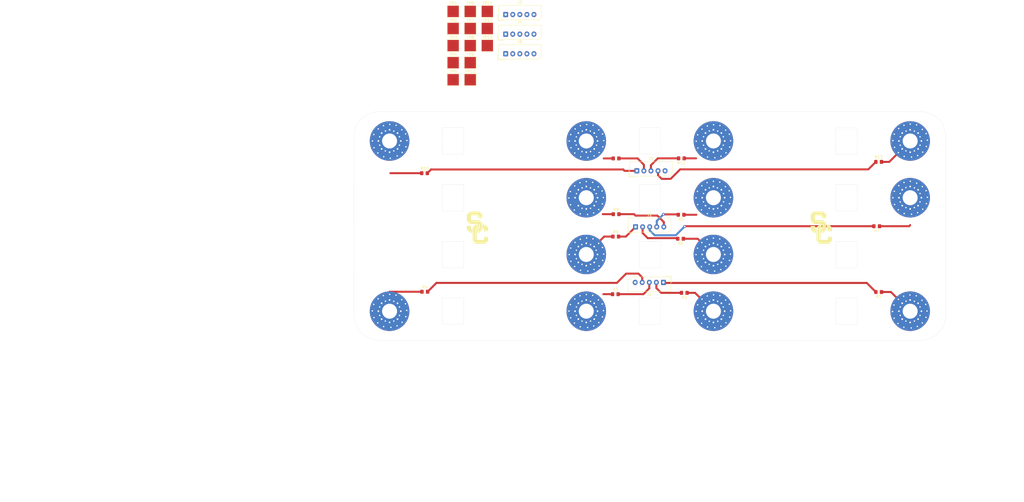
<source format=kicad_pcb>
(kicad_pcb (version 20240108) (generator "pcbnew") (generator_version "8.0")
  (layers (0 "F.Cu" signal) (31 "B.Cu" signal) (34 "B.Paste" user) (35 "F.Paste" user) (36 "B.SilkS" user "B.Silkscreen") (37 "F.SilkS" user "F.Silkscreen") (38 "B.Mask" user) (39 "F.Mask" user) (44 "Edge.Cuts" user))
  (net 0 "")
  (net 1 "Net-(H1-Pad1)")
  (net 2 "Net-(H24-Pad1)")
  (net 3 "Net-(J5-Pin_4)")
  (net 4 "Net-(J5-Pin_3)")
  (net 5 "Net-(H10-Pad1)")
  (net 6 "Net-(H22-Pad1)")
  (net 7 "Net-(H20-Pad1)")
  (net 8 "Net-(J5-Pin_2)")
  (net 9 "Net-(J5-Pin_1)")
  (net 10 "Net-(H16-Pad1)")
  (net 11 "Net-(H14-Pad1)")
  (net 12 "Net-(H12-Pad1)")
  (net 13 "Net-(J1-Pin_4)")
  (net 14 "Net-(H6-Pad1)")
  (net 15 "Net-(H4-Pad1)")
  (net 16 "Net-(J1-Pin_3)")
  (net 17 "Net-(J1-Pin_2)")
  (net 18 "Net-(J1-Pin_1)")
  (net 21 "Net-(J2-Pin_5)")
  (net 22 "Net-(J2-Pin_4)")
  (net 23 "Net-(J2-Pin_3)")
  (net 24 "Net-(J2-Pin_2)")
  (net 25 "Net-(J2-Pin_1)")
  (net 26 "Net-(J6-Pin_3)")
  (net 27 "Net-(J6-Pin_2)")
  (net 28 "Net-(J6-Pin_1)")
  (net 29 "Net-(J4-Pin_5)")
  (net 30 "Net-(J4-Pin_4)")
  (net 31 "Net-(J4-Pin_3)")
  (net 32 "Net-(J4-Pin_2)")
  (net 33 "Net-(J4-Pin_1)")
  (net 34 "Net-(J3-Pin_5)")
  (net 35 "Net-(J3-Pin_4)")
  (net 36 "Net-(J3-Pin_3)")
  (net 37 "Net-(J3-Pin_2)")
  (net 38 "Net-(J3-Pin_1)")
  (net 39 "Net-(H19-Pad1)")
  (net 40 "Net-(H3-Pad1)")
  (net 41 "Net-(H9-Pad1)")
  (net 42 "Net-(H11-Pad1)")
  (footprint "TestPoint:TestPoint_Pad_4.0x4.0mm" (layer "F.Cu") (at 75.7 -0.3)
    (property "Reference" "TP1")
    (property "Value" "TestPoint")
  )
  (footprint "MountingHole:MountingHole_5.3mm_M5_Pad_Via" (layer "F.Cu") (at 167.82 105.9)
    (property "Reference" "H3" (hide yes))
    (property "Value" "MountingHole_Pad")
  )
  (footprint "LOGO" (layer "F.Cu") (at 206 76.3)
    (property "Reference" "G***" (hide yes))
    (property "Value" "LOGO" (hide yes))
  )
  (footprint "Resistor_SMD:R_0805_2012Metric_Pad1.20x1.40mm_HandSolder" (layer "F.Cu") (at 226.3 99.1 180)
    (property "Reference" "R1")
    (property "Value" "RL0805FR-070R25L")
  )
  (footprint "Resistor_SMD:R_0805_2012Metric_Pad1.20x1.40mm_HandSolder" (layer "F.Cu") (at 156.375 71.725 180)
    (property "Reference" "R8")
    (property "Value" "RL0805FR-070R25L")
  )
  (footprint "LOGO" (layer "F.Cu") (at 84.3 76.3)
    (property "Reference" "G***" (hide yes))
    (property "Value" "LOGO" (hide yes))
  )
  (footprint "Connector_Molex:Molex_SPOX_5267-05A_1x05_P2.50mm_Vertical" (layer "F.Cu") (at 94.3 7.75)
    (property "Reference" "J4")
    (property "Value" "Conn_01x05_Socket")
  )
  (footprint "TestPoint:TestPoint_Pad_4.0x4.0mm" (layer "F.Cu") (at 75.7 17.85)
    (property "Reference" "TP4")
    (property "Value" "TestPoint")
  )
  (footprint "TestPoint:TestPoint_Pad_4.0x4.0mm" (layer "F.Cu") (at 81.75 5.75)
    (property "Reference" "TP7")
    (property "Value" "TestPoint")
  )
  (footprint "MountingHole:MountingHole_5.3mm_M5_Pad_Via" (layer "F.Cu") (at 53.2 105.9)
    (property "Reference" "H6" (hide yes))
    (property "Value" "MountingHole_Pad")
  )
  (footprint "MountingHole:MountingHole_5.3mm_M5_Pad_Via" (layer "F.Cu") (at 237.44 105.9)
    (property "Reference" "H1" (hide yes))
    (property "Value" "MountingHole_Pad")
  )
  (footprint "Connector_Molex:Molex_SPOX_5267-05A_1x05_P2.50mm_Vertical" (layer "F.Cu") (at 94.3 14.7)
    (property "Reference" "J6")
    (property "Value" "Conn_01x05_Socket")
  )
  (footprint "MountingHole:MountingHole_5.3mm_M5_Pad_Via" (layer "F.Cu") (at 53.2 45.6)
    (property "Reference" "H19" (hide yes))
    (property "Value" "MountingHole_Pad")
  )
  (footprint "Resistor_SMD:R_0805_2012Metric_Pad1.20x1.40mm_HandSolder" (layer "F.Cu") (at 156.475 51.75 180)
    (property "Reference" "R12")
    (property "Value" "RL0805FR-070R25L")
  )
  (footprint "TestPoint:TestPoint_Pad_4.0x4.0mm" (layer "F.Cu") (at 81.75 23.9)
    (property "Reference" "TP10")
    (property "Value" "TestPoint")
  )
  (footprint "TestPoint:TestPoint_Pad_4.0x4.0mm" (layer "F.Cu") (at 75.7 23.9)
    (property "Reference" "TP5")
    (property "Value" "TestPoint")
  )
  (footprint "Connector_Molex:Molex_SPOX_5267-05A_1x05_P2.50mm_Vertical" (layer "F.Cu") (at 94.3 0.8)
    (property "Reference" "J3")
    (property "Value" "Conn_01x05_Socket")
  )
  (footprint "Connector_Molex:Molex_SPOX_5267-05A_1x05_P2.50mm_Vertical" (layer "F.Cu") (at 140.26 76.02)
    (property "Reference" "J2")
    (property "Value" "Conn_01x05_Socket")
  )
  (footprint "Resistor_SMD:R_0805_2012Metric_Pad1.20x1.40mm_HandSolder" (layer "F.Cu") (at 226.3 53)
    (property "Reference" "R13")
    (property "Value" "RL0805FR-070R25L")
  )
  (footprint "MountingHole:MountingHole_5.3mm_M5_Pad_Via" (layer "F.Cu") (at 167.82 85.8)
    (property "Reference" "H10" (hide yes))
    (property "Value" "MountingHole_Pad")
  )
  (footprint "Resistor_SMD:R_0805_2012Metric_Pad1.20x1.40mm_HandSolder" (layer "F.Cu") (at 133.1 99.875)
    (property "Reference" "R3")
    (property "Value" "RL0805FR-070R25L")
  )
  (footprint "TestPoint:TestPoint_Pad_4.0x4.0mm" (layer "F.Cu") (at 75.7 11.8)
    (property "Reference" "TP3")
    (property "Value" "TestPoint")
  )
  (footprint "MountingHole:MountingHole_5.3mm_M5_Pad_Via" (layer "F.Cu") (at 122.82 105.9)
    (property "Reference" "H4" (hide yes))
    (property "Value" "MountingHole_Pad")
  )
  (footprint "MountingHole:MountingHole_5.3mm_M5_Pad_Via" (layer "F.Cu") (at 122.82 65.7)
    (property "Reference" "H16" (hide yes))
    (property "Value" "MountingHole_Pad")
  )
  (footprint "Resistor_SMD:R_0805_2012Metric_Pad1.20x1.40mm_HandSolder" (layer "F.Cu") (at 65.575 57)
    (property "Reference" "R10")
    (property "Value" "RL0805FR-070R25L")
  )
  (footprint "MountingHole:MountingHole_5.3mm_M5_Pad_Via" (layer "F.Cu") (at 237.44 65.7)
    (property "Reference" "H13" (hide yes))
    (property "Value" "MountingHole_Pad")
  )
  (footprint "MountingHole:MountingHole_5.3mm_M5_Pad_Via" (layer "F.Cu") (at 122.82 85.8)
    (property "Reference" "H9" (hide yes))
    (property "Value" "MountingHole_Pad")
  )
  (footprint "Resistor_SMD:R_0805_2012Metric_Pad1.20x1.40mm_HandSolder" (layer "F.Cu") (at 65.6625 99)
    (property "Reference" "R4")
    (property "Value" "RL0805FR-070R25L")
  )
  (footprint "MountingHole:MountingHole_5.3mm_M5_Pad_Via" (layer "F.Cu") (at 167.82 65.7)
    (property "Reference" "H15" (hide yes))
    (property "Value" "MountingHole_Pad")
  )
  (footprint "TestPoint:TestPoint_Pad_4.0x4.0mm" (layer "F.Cu") (at 81.75 -0.3)
    (property "Reference" "TP6")
    (property "Value" "TestPoint")
  )
  (footprint "Resistor_SMD:R_0805_2012Metric_Pad1.20x1.40mm_HandSolder" (layer "F.Cu") (at 133.375 71.525)
    (property "Reference" "R9")
    (property "Value" "RL0805FR-070R25L")
  )
  (footprint "Resistor_SMD:R_0805_2012Metric_Pad1.20x1.40mm_HandSolder" (layer "F.Cu") (at 225.6 75.8 180)
    (property "Reference" "R7")
    (property "Value" "RL0805FR-070R25L")
  )
  (footprint "Connector_Molex:Molex_SPOX_5267-05A_1x05_P2.50mm_Vertical" (layer "F.Cu") (at 150.12 95.7 180)
    (property "Reference" "J1")
    (property "Value" "Conn_01x05_Socket")
  )
  (footprint "TestPoint:TestPoint_Pad_4.0x4.0mm" (layer "F.Cu") (at 87.8 5.75)
    (property "Reference" "TP12")
    (property "Value" "TestPoint")
  )
  (footprint "TestPoint:TestPoint_Pad_4.0x4.0mm" (layer "F.Cu") (at 87.8 -0.3)
    (property "Reference" "TP11")
    (property "Value" "TestPoint")
  )
  (footprint "TestPoint:TestPoint_Pad_4.0x4.0mm" (layer "F.Cu") (at 81.75 11.8)
    (property "Reference" "TP8")
    (property "Value" "TestPoint")
  )
  (footprint "TestPoint:TestPoint_Pad_4.0x4.0mm" (layer "F.Cu") (at 81.75 17.85)
    (property "Reference" "TP9")
    (property "Value" "TestPoint")
  )
  (footprint "Resistor_SMD:R_0805_2012Metric_Pad1.20x1.40mm_HandSolder" (layer "F.Cu") (at 156.175 80.225 180)
    (property "Reference" "R6")
    (property "Value" "RL0805FR-070R25L")
  )
  (footprint "Resistor_SMD:R_0805_2012Metric_Pad1.20x1.40mm_HandSolder" (layer "F.Cu") (at 133.35 51.775)
    (property "Reference" "R11" (hide yes))
    (property "Value" "RL0805FR-070R25L")
  )
  (footprint "Resistor_SMD:R_0805_2012Metric_Pad1.20x1.40mm_HandSolder" (layer "F.Cu") (at 157.5 99.4 180)
    (property "Reference" "R2")
    (property "Value" "RL0805FR-070R25L")
  )
  (footprint "TestPoint:TestPoint_Pad_4.0x4.0mm" (layer "F.Cu") (at 87.8 11.8)
    (property "Reference" "TP13")
    (property "Value" "TestPoint")
  )
  (footprint "MountingHole:MountingHole_5.3mm_M5_Pad_Via" (layer "F.Cu") (at 167.82 45.6)
    (property "Reference" "H22" (hide yes))
    (property "Value" "MountingHole_Pad")
  )
  (footprint "MountingHole:MountingHole_5.3mm_M5_Pad_Via" (layer "F.Cu") (at 237.44 45.6)
    (property "Reference" "H24" (hide yes))
    (property "Value" "MountingHole_Pad")
  )
  (footprint "MountingHole:MountingHole_5.3mm_M5_Pad_Via" (layer "F.Cu") (at 122.82 45.6)
    (property "Reference" "H21" (hide yes))
    (property "Value" "MountingHole_Pad")
  )
  (footprint "TestPoint:TestPoint_Pad_4.0x4.0mm" (layer "F.Cu") (at 75.7 5.75)
    (property "Reference" "TP2")
    (property "Value" "TestPoint")
  )
  (footprint "Connector_Molex:Molex_SPOX_5267-05A_1x05_P2.50mm_Vertical" (layer "F.Cu") (at 140.7 56.17)
    (property "Reference" "J5")
    (property "Value" "Conn_01x05_Socket")
  )
  (footprint "Resistor_SMD:R_0805_2012Metric_Pad1.20x1.40mm_HandSolder" (layer "F.Cu") (at 133.25 79.45)
    (property "Reference" "R5")
    (property "Value" "RL0805FR-070R25L")
  )
  (gr_rect (start 71.9 61.05) (end 79.5 70.4) (stroke (width 0.05)) (fill none) (layer "Edge.Cuts"))
  (gr_arc (start 241.2 35.200001) (mid 247.533543 37.905598) (end 250.100035 44.296775) (stroke (width 0.05)) (layer "Edge.Cuts"))
  (gr_rect (start 141.5 101.25) (end 149.1 110.6) (stroke (width 0.05)) (fill none) (layer "Edge.Cuts"))
  (gr_rect (start 211.1 61.05) (end 218.7 70.4) (stroke (width 0.05)) (fill none) (layer "Edge.Cuts"))
  (gr_arc (start 40.603226 44.100035) (mid 43.308823 37.766492) (end 49.7 35.2) (stroke (width 0.05)) (layer "Edge.Cuts"))
  (gr_rect (start 141.5 61.05) (end 149.1 70.4) (stroke (width 0.05)) (fill none) (layer "Edge.Cuts"))
  (gr_line (start 250.100035 44.296775) (end 250.096774 107.299965) (stroke (width 0.05)) (layer "Edge.Cuts"))
  (gr_line (start 49.7 35.2) (end 241.2 35.200001) (stroke (width 0.05)) (layer "Edge.Cuts"))
  (gr_rect (start 141.5 40.85) (end 149.1 50.2) (stroke (width 0.05)) (fill none) (layer "Edge.Cuts"))
  (gr_rect (start 211.1 101.25) (end 218.7 110.6) (stroke (width 0.05)) (fill none) (layer "Edge.Cuts"))
  (gr_rect (start 71.9 40.9) (end 79.5 50.25) (stroke (width 0.05)) (fill none) (layer "Edge.Cuts"))
  (gr_rect (start 71.9 101.15) (end 79.5 110.5) (stroke (width 0.05)) (fill none) (layer "Edge.Cuts"))
  (gr_rect (start 141.5 81.15) (end 149.1 90.5) (stroke (width 0.05)) (fill none) (layer "Edge.Cuts"))
  (gr_line (start 40.6 107.1) (end 40.603226 44.100035) (stroke (width 0.05)) (layer "Edge.Cuts"))
  (gr_rect (start 211.2 81.15) (end 218.7 90.5) (stroke (width 0.05)) (fill none) (layer "Edge.Cuts"))
  (gr_rect (start 71.9 81.15) (end 79.5 90.5) (stroke (width 0.05)) (fill none) (layer "Edge.Cuts"))
  (gr_rect (start 211.1 40.95) (end 218.7 50.3) (stroke (width 0.05)) (fill none) (layer "Edge.Cuts"))
  (gr_line (start 241 116.2) (end 49.500035 116.196774) (stroke (width 0.05)) (layer "Edge.Cuts"))
  (gr_arc (start 49.500035 116.196774) (mid 43.166492 113.491177) (end 40.6 107.1) (stroke (width 0.05)) (layer "Edge.Cuts"))
  (gr_arc (start 250.096774 107.299965) (mid 247.391177 113.633508) (end 241 116.2) (stroke (width 0.05)) (layer "Edge.Cuts"))
  (segment (start 227.3 99.1) (end 230.64 99.1) (width 0.7) (layer "F.Cu") (net 1))
  (segment (start 230.64 99.1) (end 237.44 105.9) (width 0.7) (layer "F.Cu") (net 1))
  (via (at 242.95 103.5) (size 1) (drill 0.5) (layers "F.Cu" "B.Cu") (net 1))
  (via (at 237.8 111.83) (size 1) (drill 0.5) (layers "F.Cu" "B.Cu") (net 1))
  (via (at 235.94 109.4) (size 1) (drill 0.5) (layers "F.Cu" "B.Cu") (net 1))
  (via (at 235.21 111.58) (size 1) (drill 0.5) (layers "F.Cu" "B.Cu") (net 1))
  (via (at 235.13 100.58) (size 1) (drill 0.5) (layers "F.Cu" "B.Cu") (net 1))
  (via (at 231.22 106) (size 1) (drill 0.5) (layers "F.Cu" "B.Cu") (net 1))
  (via (at 243.05 108.07) (size 1) (drill 0.5) (layers "F.Cu" "B.Cu") (net 1))
  (via (at 243.4 105.84) (size 1) (drill 0.5) (layers "F.Cu" "B.Cu") (net 1))
  (via (at 239.97 111.29) (size 1) (drill 0.5) (layers "F.Cu" "B.Cu") (net 1))
  (via (at 236 102.35) (size 1) (drill 0.5) (layers "F.Cu" "B.Cu") (net 1))
  (via (at 231.8 108.39) (size 1) (drill 0.5) (layers "F.Cu" "B.Cu") (net 1))
  (via (at 240.94 104.4) (size 1) (drill 0.5) (layers "F.Cu" "B.Cu") (net 1))
  (via (at 239.6 100.44) (size 1) (drill 0.5) (layers "F.Cu" "B.Cu") (net 1))
  (via (at 233.94 107.4) (size 1) (drill 0.5) (layers "F.Cu" "B.Cu") (net 1))
  (via (at 241.62 102.04) (size 1) (drill 0.5) (layers "F.Cu" "B.Cu") (net 1))
  (via (at 233.13 110.25) (size 1) (drill 0.5) (layers "F.Cu" "B.Cu") (net 1))
  (via (at 241.75 110.07) (size 1) (drill 0.5) (layers "F.Cu" "B.Cu") (net 1))
  (via (at 238.94 102.4) (size 1) (drill 0.5) (layers "F.Cu" "B.Cu") (net 1))
  (via (at 231.72 103.71) (size 1) (drill 0.5) (layers "F.Cu" "B.Cu") (net 1))
  (via (at 240.94 107.4) (size 1) (drill 0.5) (layers "F.Cu" "B.Cu") (net 1))
  (via (at 233.94 104.4) (size 1) (drill 0.5) (layers "F.Cu" "B.Cu") (net 1))
  (via (at 237.36 100.15) (size 1) (drill 0.5) (layers "F.Cu" "B.Cu") (net 1))
  (via (at 238.94 109.4) (size 1) (drill 0.5) (layers "F.Cu" "B.Cu") (net 1))
  (via (at 233.27 101.72) (size 1) (drill 0.5) (layers "F.Cu" "B.Cu") (net 1))
  (segment (start 227.3 53) (end 230.04 53) (width 0.7) (layer "F.Cu") (net 2))
  (segment (start 230.04 53) (end 237.38 45.66) (width 0.7) (layer "F.Cu") (net 2))
  (via (at 237.92 51.3) (size 1) (drill 0.5) (layers "F.Cu" "B.Cu") (net 2))
  (via (at 243.52 45.31) (size 1) (drill 0.5) (layers "F.Cu" "B.Cu") (net 2))
  (via (at 233.39 41.19) (size 1) (drill 0.5) (layers "F.Cu" "B.Cu") (net 2))
  (via (at 235.25 40.05) (size 1) (drill 0.5) (layers "F.Cu" "B.Cu") (net 2))
  (via (at 231.92 47.86) (size 1) (drill 0.5) (layers "F.Cu" "B.Cu") (net 2))
  (via (at 233.94 47.1) (size 1) (drill 0.5) (layers "F.Cu" "B.Cu") (net 2))
  (via (at 231.34 45.47) (size 1) (drill 0.5) (layers "F.Cu" "B.Cu") (net 2))
  (via (at 235.94 49.1) (size 1) (drill 0.5) (layers "F.Cu" "B.Cu") (net 2))
  (via (at 238.94 49.1) (size 1) (drill 0.5) (layers "F.Cu" "B.Cu") (net 2))
  (via (at 241.74 41.51) (size 1) (drill 0.5) (layers "F.Cu" "B.Cu") (net 2))
  (via (at 233.25 49.72) (size 1) (drill 0.5) (layers "F.Cu" "B.Cu") (net 2))
  (via (at 241.87 49.54) (size 1) (drill 0.5) (layers "F.Cu" "B.Cu") (net 2))
  (via (at 233.94 44.1) (size 1) (drill 0.5) (layers "F.Cu" "B.Cu") (net 2))
  (via (at 235.33 51.05) (size 1) (drill 0.5) (layers "F.Cu" "B.Cu") (net 2))
  (via (at 236 42.1) (size 1) (drill 0.5) (layers "F.Cu" "B.Cu") (net 2))
  (via (at 243.17 47.54) (size 1) (drill 0.5) (layers "F.Cu" "B.Cu") (net 2))
  (via (at 239.72 39.91) (size 1) (drill 0.5) (layers "F.Cu" "B.Cu") (net 2))
  (via (at 243.07 42.97) (size 1) (drill 0.5) (layers "F.Cu" "B.Cu") (net 2))
  (via (at 237.48 39.62) (size 1) (drill 0.5) (layers "F.Cu" "B.Cu") (net 2))
  (via (at 238.94 42.1) (size 1) (drill 0.5) (layers "F.Cu" "B.Cu") (net 2))
  (via (at 240.94 47.1) (size 1) (drill 0.5) (layers "F.Cu" "B.Cu") (net 2))
  (via (at 240.94 44.1) (size 1) (drill 0.5) (layers "F.Cu" "B.Cu") (net 2))
  (via (at 240.09 50.76) (size 1) (drill 0.5) (layers "F.Cu" "B.Cu") (net 2))
  (via (at 231.84 43.18) (size 1) (drill 0.5) (layers "F.Cu" "B.Cu") (net 2))
  (segment (start 222.64 55.66) (end 225.3 53) (width 0.7) (layer "F.Cu") (net 3))
  (segment (start 156.04 55.66) (end 222.64 55.66) (width 0.7) (layer "F.Cu") (net 3))
  (segment (start 148.2 56.17) (end 148.2 57.72) (width 0.7) (layer "F.Cu") (net 3))
  (segment (start 149.49 59.01) (end 152.69 59.01) (width 0.7) (layer "F.Cu") (net 3))
  (segment (start 148.2 57.72) (end 149.49 59.01) (width 0.7) (layer "F.Cu") (net 3))
  (segment (start 152.69 59.01) (end 156.04 55.66) (width 0.7) (layer "F.Cu") (net 3))
  (segment (start 148.13 51.75) (end 155.475 51.75) (width 0.7) (layer "F.Cu") (net 4))
  (segment (start 145.7 56.17) (end 145.7 54.18) (width 0.7) (layer "F.Cu") (net 4))
  (segment (start 145.7 54.18) (end 148.13 51.75) (width 0.7) (layer "F.Cu") (net 4))
  (segment (start 157.175 80.225) (end 162.245 80.225) (width 0.7) (layer "F.Cu") (net 5))
  (segment (start 162.245 80.225) (end 167.82 85.8) (width 0.7) (layer "F.Cu") (net 5))
  (via (at 162.25 88.25) (size 1) (drill 0.5) (layers "F.Cu" "B.Cu") (net 5))
  (via (at 164.32 87.3) (size 1) (drill 0.5) (layers "F.Cu" "B.Cu") (net 5))
  (via (at 173.4 83.36) (size 1) (drill 0.5) (layers "F.Cu" "B.Cu") (net 5))
  (via (at 173.5 87.93) (size 1) (drill 0.5) (layers "F.Cu" "B.Cu") (net 5))
  (via (at 161.67 85.86) (size 1) (drill 0.5) (layers "F.Cu" "B.Cu") (net 5))
  (via (at 162.17 83.57) (size 1) (drill 0.5) (layers "F.Cu" "B.Cu") (net 5))
  (via (at 172.2 89.93) (size 1) (drill 0.5) (layers "F.Cu" "B.Cu") (net 5))
  (via (at 169.32 89.3) (size 1) (drill 0.5) (layers "F.Cu" "B.Cu") (net 5))
  (via (at 166.32 89.3) (size 1) (drill 0.5) (layers "F.Cu" "B.Cu") (net 5))
  (via (at 170.05 80.3) (size 1) (drill 0.5) (layers "F.Cu" "B.Cu") (net 5))
  (via (at 170.42 91.15) (size 1) (drill 0.5) (layers "F.Cu" "B.Cu") (net 5))
  (via (at 165.58 80.44) (size 1) (drill 0.5) (layers "F.Cu" "B.Cu") (net 5))
  (via (at 168.25 91.69) (size 1) (drill 0.5) (layers "F.Cu" "B.Cu") (net 5))
  (via (at 169.32 82.3) (size 1) (drill 0.5) (layers "F.Cu" "B.Cu") (net 5))
  (via (at 171.32 87.3) (size 1) (drill 0.5) (layers "F.Cu" "B.Cu") (net 5))
  (via (at 163.58 90.11) (size 1) (drill 0.5) (layers "F.Cu" "B.Cu") (net 5))
  (via (at 172.07 81.9) (size 1) (drill 0.5) (layers "F.Cu" "B.Cu") (net 5))
  (via (at 171.32 84.3) (size 1) (drill 0.5) (layers "F.Cu" "B.Cu") (net 5))
  (via (at 163.72 81.58) (size 1) (drill 0.5) (layers "F.Cu" "B.Cu") (net 5))
  (via (at 166.4 82.3) (size 1) (drill 0.5) (layers "F.Cu" "B.Cu") (net 5))
  (via (at 165.66 91.44) (size 1) (drill 0.5) (layers "F.Cu" "B.Cu") (net 5))
  (via (at 173.85 85.7) (size 1) (drill 0.5) (layers "F.Cu" "B.Cu") (net 5))
  (via (at 167.81 80.01) (size 1) (drill 0.5) (layers "F.Cu" "B.Cu") (net 5))
  (via (at 164.32 84.3) (size 1) (drill 0.5) (layers "F.Cu" "B.Cu") (net 5))
  (segment (start 157.475 51.75) (end 161.67 51.75) (width 0.7) (layer "F.Cu") (net 6))
  (via (at 171.32 44.1) (size 1) (drill 0.5) (layers "F.Cu" "B.Cu") (net 6))
  (via (at 167.88 39.85) (size 1) (drill 0.5) (layers "F.Cu" "B.Cu") (net 6))
  (via (at 162.24 43.41) (size 1) (drill 0.5) (layers "F.Cu" "B.Cu") (net 6))
  (via (at 163.79 41.42) (size 1) (drill 0.5) (layers "F.Cu" "B.Cu") (net 6))
  (via (at 172.14 41.74) (size 1) (drill 0.5) (layers "F.Cu" "B.Cu") (net 6))
  (via (at 165.65 40.28) (size 1) (drill 0.5) (layers "F.Cu" "B.Cu") (net 6))
  (via (at 166.32 49.1) (size 1) (drill 0.5) (layers "F.Cu" "B.Cu") (net 6))
  (via (at 166.35 42.05) (size 1) (drill 0.5) (layers "F.Cu" "B.Cu") (net 6))
  (via (at 161.74 45.7) (size 1) (drill 0.5) (layers "F.Cu" "B.Cu") (net 6))
  (via (at 168.32 51.53) (size 1) (drill 0.5) (layers "F.Cu" "B.Cu") (net 6))
  (via (at 173.92 45.54) (size 1) (drill 0.5) (layers "F.Cu" "B.Cu") (net 6))
  (via (at 170.12 40.14) (size 1) (drill 0.5) (layers "F.Cu" "B.Cu") (net 6))
  (via (at 169.32 42.1) (size 1) (drill 0.5) (layers "F.Cu" "B.Cu") (net 6))
  (via (at 172.27 49.77) (size 1) (drill 0.5) (layers "F.Cu" "B.Cu") (net 6))
  (via (at 163.65 49.95) (size 1) (drill 0.5) (layers "F.Cu" "B.Cu") (net 6))
  (via (at 173.57 47.77) (size 1) (drill 0.5) (layers "F.Cu" "B.Cu") (net 6))
  (via (at 170.49 50.99) (size 1) (drill 0.5) (layers "F.Cu" "B.Cu") (net 6))
  (via (at 164.32 44.1) (size 1) (drill 0.5) (layers "F.Cu" "B.Cu") (net 6))
  (via (at 162.32 48.09) (size 1) (drill 0.5) (layers "F.Cu" "B.Cu") (net 6))
  (via (at 169.32 49.1) (size 1) (drill 0.5) (layers "F.Cu" "B.Cu") (net 6))
  (via (at 165.73 51.28) (size 1) (drill 0.5) (layers "F.Cu" "B.Cu") (net 6))
  (via (at 164.32 47.1) (size 1) (drill 0.5) (layers "F.Cu" "B.Cu") (net 6))
  (via (at 171.32 47.1) (size 1) (drill 0.5) (layers "F.Cu" "B.Cu") (net 6))
  (via (at 173.47 43.2) (size 1) (drill 0.5) (layers "F.Cu" "B.Cu") (net 6))
  (segment (start 128.995 51.775) (end 132.35 51.775) (width 0.7) (layer "F.Cu") (net 7))
  (via (at 121.4 42.1) (size 1) (drill 0.5) (layers "F.Cu" "B.Cu") (net 7))
  (via (at 124.25 42.1) (size 1) (drill 0.5) (layers "F.Cu" "B.Cu") (net 7))
  (via (at 117.33 43.32) (size 1) (drill 0.5) (layers "F.Cu" "B.Cu") (net 7))
  (via (at 124.32 49.35) (size 1) (drill 0.5) (layers "F.Cu" "B.Cu") (net 7))
  (via (at 120.74 40.19) (size 1) (drill 0.5) (layers "F.Cu" "B.Cu") (net 7))
  (via (at 118.88 41.33) (size 1) (drill 0.5) (layers "F.Cu" "B.Cu") (net 7))
  (via (at 116.83 45.61) (size 1) (drill 0.5) (layers "F.Cu" "B.Cu") (net 7))
  (via (at 118.74 49.86) (size 1) (drill 0.5) (layers "F.Cu" "B.Cu") (net 7))
  (via (at 122.97 39.76) (size 1) (drill 0.5) (layers "F.Cu" "B.Cu") (net 7))
  (via (at 126.45 44.1) (size 1) (drill 0.5) (layers "F.Cu" "B.Cu") (net 7))
  (via (at 119.25 47.05) (size 1) (drill 0.5) (layers "F.Cu" "B.Cu") (net 7))
  (via (at 120.82 51.19) (size 1) (drill 0.5) (layers "F.Cu" "B.Cu") (net 7))
  (via (at 128.66 47.68) (size 1) (drill 0.5) (layers "F.Cu" "B.Cu") (net 7))
  (via (at 125.21 40.05) (size 1) (drill 0.5) (layers "F.Cu" "B.Cu") (net 7))
  (via (at 129.01 45.45) (size 1) (drill 0.5) (layers "F.Cu" "B.Cu") (net 7))
  (via (at 126.45 47.1) (size 1) (drill 0.5) (layers "F.Cu" "B.Cu") (net 7))
  (via (at 128.56 43.11) (size 1) (drill 0.5) (layers "F.Cu" "B.Cu") (net 7))
  (via (at 125.58 50.9) (size 1) (drill 0.5) (layers "F.Cu" "B.Cu") (net 7))
  (via (at 119.3 44.15) (size 1) (drill 0.5) (layers "F.Cu" "B.Cu") (net 7))
  (via (at 127.23 41.65) (size 1) (drill 0.5) (layers "F.Cu" "B.Cu") (net 7))
  (via (at 123.41 51.44) (size 1) (drill 0.5) (layers "F.Cu" "B.Cu") (net 7))
  (via (at 127.36 49.68) (size 1) (drill 0.5) (layers "F.Cu" "B.Cu") (net 7))
  (via (at 121.32 49.35) (size 1) (drill 0.5) (layers "F.Cu" "B.Cu") (net 7))
  (via (at 117.41 48) (size 1) (drill 0.5) (layers "F.Cu" "B.Cu") (net 7))
  (segment (start 134.35 51.775) (end 140.965 51.775) (width 0.7) (layer "F.Cu") (net 8))
  (segment (start 140.965 51.775) (end 143.2 54.01) (width 0.7) (layer "F.Cu") (net 8))
  (segment (start 143.2 54.01) (end 143.2 56.17) (width 0.7) (layer "F.Cu") (net 8))
  (segment (start 67.885 55.69) (end 135.885 55.69) (width 0.7) (layer "F.Cu") (net 9))
  (segment (start 136.365 56.17) (end 140.7 56.17) (width 0.7) (layer "F.Cu") (net 9))
  (segment (start 135.885 55.69) (end 136.365 56.17) (width 0.7) (layer "F.Cu") (net 9))
  (segment (start 66.575 57) (end 67.885 55.69) (width 0.7) (layer "F.Cu") (net 9))
  (segment (start 128.645 71.525) (end 132.375 71.525) (width 0.7) (layer "F.Cu") (net 10))
  (via (at 125.06 60.24) (size 1) (drill 0.5) (layers "F.Cu" "B.Cu") (net 10))
  (via (at 120.59 60.38) (size 1) (drill 0.5) (layers "F.Cu" "B.Cu") (net 10))
  (via (at 126.35 64.25) (size 1) (drill 0.5) (layers "F.Cu" "B.Cu") (net 10))
  (via (at 125.43 71.09) (size 1) (drill 0.5) (layers "F.Cu" "B.Cu") (net 10))
  (via (at 121.35 62.2) (size 1) (drill 0.5) (layers "F.Cu" "B.Cu") (net 10))
  (via (at 122.82 59.95) (size 1) (drill 0.5) (layers "F.Cu" "B.Cu") (net 10))
  (via (at 128.86 65.64) (size 1) (drill 0.5) (layers "F.Cu" "B.Cu") (net 10))
  (via (at 118.59 70.05) (size 1) (drill 0.5) (layers "F.Cu" "B.Cu") (net 10))
  (via (at 126.3 67.1) (size 1) (drill 0.5) (layers "F.Cu" "B.Cu") (net 10))
  (via (at 124.3 62.2) (size 1) (drill 0.5) (layers "F.Cu" "B.Cu") (net 10))
  (via (at 121.32 69.45) (size 1) (drill 0.5) (layers "F.Cu" "B.Cu") (net 10))
  (via (at 127.21 69.87) (size 1) (drill 0.5) (layers "F.Cu" "B.Cu") (net 10))
  (via (at 127.08 61.84) (size 1) (drill 0.5) (layers "F.Cu" "B.Cu") (net 10))
  (via (at 120.67 71.38) (size 1) (drill 0.5) (layers "F.Cu" "B.Cu") (net 10))
  (via (at 124.32 69.45) (size 1) (drill 0.5) (layers "F.Cu" "B.Cu") (net 10))
  (via (at 119.35 64.25) (size 1) (drill 0.5) (layers "F.Cu" "B.Cu") (net 10))
  (via (at 128.41 63.3) (size 1) (drill 0.5) (layers "F.Cu" "B.Cu") (net 10))
  (via (at 128.51 67.87) (size 1) (drill 0.5) (layers "F.Cu" "B.Cu") (net 10))
  (via (at 117.26 68.19) (size 1) (drill 0.5) (layers "F.Cu" "B.Cu") (net 10))
  (via (at 117.18 63.51) (size 1) (drill 0.5) (layers "F.Cu" "B.Cu") (net 10))
  (via (at 123.26 71.63) (size 1) (drill 0.5) (layers "F.Cu" "B.Cu") (net 10))
  (via (at 116.68 65.8) (size 1) (drill 0.5) (layers "F.Cu" "B.Cu") (net 10))
  (via (at 118.73 61.52) (size 1) (drill 0.5) (layers "F.Cu" "B.Cu") (net 10))
  (segment (start 157.375 71.725) (end 161.795 71.725) (width 0.7) (layer "F.Cu") (net 11))
  (via (at 170.42 71.03) (size 1) (drill 0.5) (layers "F.Cu" "B.Cu") (net 11))
  (via (at 162.25 68.13) (size 1) (drill 0.5) (layers "F.Cu" "B.Cu") (net 11))
  (via (at 163.58 69.99) (size 1) (drill 0.5) (layers "F.Cu" "B.Cu") (net 11))
  (via (at 168.25 71.57) (size 1) (drill 0.5) (layers "F.Cu" "B.Cu") (net 11))
  (via (at 164.3 67.15) (size 1) (drill 0.5) (layers "F.Cu" "B.Cu") (net 11))
  (via (at 171.4 67.15) (size 1) (drill 0.5) (layers "F.Cu" "B.Cu") (net 11))
  (via (at 165.58 60.32) (size 1) (drill 0.5) (layers "F.Cu" "B.Cu") (net 11))
  (via (at 169.25 62.2) (size 1) (drill 0.5) (layers "F.Cu" "B.Cu") (net 11))
  (via (at 172.07 61.78) (size 1) (drill 0.5) (layers "F.Cu" "B.Cu") (net 11))
  (via (at 171.4 64.25) (size 1) (drill 0.5) (layers "F.Cu" "B.Cu") (net 11))
  (via (at 165.66 71.32) (size 1) (drill 0.5) (layers "F.Cu" "B.Cu") (net 11))
  (via (at 164.3 64.2) (size 1) (drill 0.5) (layers "F.Cu" "B.Cu") (net 11))
  (via (at 170.05 60.18) (size 1) (drill 0.5) (layers "F.Cu" "B.Cu") (net 11))
  (via (at 166.32 69.45) (size 1) (drill 0.5) (layers "F.Cu" "B.Cu") (net 11))
  (via (at 172.2 69.81) (size 1) (drill 0.5) (layers "F.Cu" "B.Cu") (net 11))
  (via (at 173.85 65.58) (size 1) (drill 0.5) (layers "F.Cu" "B.Cu") (net 11))
  (via (at 162.17 63.45) (size 1) (drill 0.5) (layers "F.Cu" "B.Cu") (net 11))
  (via (at 163.72 61.46) (size 1) (drill 0.5) (layers "F.Cu" "B.Cu") (net 11))
  (via (at 173.4 63.24) (size 1) (drill 0.5) (layers "F.Cu" "B.Cu") (net 11))
  (via (at 167.81 59.89) (size 1) (drill 0.5) (layers "F.Cu" "B.Cu") (net 11))
  (via (at 161.67 65.74) (size 1) (drill 0.5) (layers "F.Cu" "B.Cu") (net 11))
  (via (at 166.35 62.2) (size 1) (drill 0.5) (layers "F.Cu" "B.Cu") (net 11))
  (via (at 169.32 69.45) (size 1) (drill 0.5) (layers "F.Cu" "B.Cu") (net 11))
  (via (at 173.5 67.81) (size 1) (drill 0.5) (layers "F.Cu" "B.Cu") (net 11))
  (segment (start 226.6 75.8) (end 237.04 75.8) (width 0.7) (layer "F.Cu") (net 12))
  (segment (start 237.04 75.8) (end 237.44 75.4) (width 0.7) (layer "F.Cu") (net 12))
  (via (at 235.95 62.1) (size 1) (drill 0.5) (layers "F.Cu" "B.Cu") (net 12))
  (via (at 235.26 60.29) (size 1) (drill 0.5) (layers "F.Cu" "B.Cu") (net 12))
  (via (at 241.88 69.78) (size 1) (drill 0.5) (layers "F.Cu" "B.Cu") (net 12))
  (via (at 231.85 63.42) (size 1) (drill 0.5) (layers "F.Cu" "B.Cu") (net 12))
  (via (at 235.94 69.2) (size 1) (drill 0.5) (layers "F.Cu" "B.Cu") (net 12))
  (via (at 231.35 65.71) (size 1) (drill 0.5) (layers "F.Cu" "B.Cu") (net 12))
  (via (at 237.49 59.86) (size 1) (drill 0.5) (layers "F.Cu" "B.Cu") (net 12))
  (via (at 240.94 64.2) (size 1) (drill 0.5) (layers "F.Cu" "B.Cu") (net 12))
  (via (at 233.94 64.2) (size 1) (drill 0.5) (layers "F.Cu" "B.Cu") (net 12))
  (via (at 239.75 60.55) (size 1) (drill 0.5) (layers "F.Cu" "B.Cu") (net 12))
  (via (at 243.18 67.78) (size 1) (drill 0.5) (layers "F.Cu" "B.Cu") (net 12))
  (via (at 243.08 63.21) (size 1) (drill 0.5) (layers "F.Cu" "B.Cu") (net 12))
  (via (at 240.94 67.2) (size 1) (drill 0.5) (layers "F.Cu" "B.Cu") (net 12))
  (via (at 237.93 71.54) (size 1) (drill 0.5) (layers "F.Cu" "B.Cu") (net 12))
  (via (at 231.93 68.1) (size 1) (drill 0.5) (layers "F.Cu" "B.Cu") (net 12))
  (via (at 233.4 61.43) (size 1) (drill 0.5) (layers "F.Cu" "B.Cu") (net 12))
  (via (at 238.94 62.2) (size 1) (drill 0.5) (layers "F.Cu" "B.Cu") (net 12))
  (via (at 235.34 71.29) (size 1) (drill 0.5) (layers "F.Cu" "B.Cu") (net 12))
  (via (at 233.94 67.2) (size 1) (drill 0.5) (layers "F.Cu" "B.Cu") (net 12))
  (via (at 243.53 65.55) (size 1) (drill 0.5) (layers "F.Cu" "B.Cu") (net 12))
  (via (at 233.26 69.96) (size 1) (drill 0.5) (layers "F.Cu" "B.Cu") (net 12))
  (via (at 238.94 69.2) (size 1) (drill 0.5) (layers "F.Cu" "B.Cu") (net 12))
  (via (at 240.1 71) (size 1) (drill 0.5) (layers "F.Cu" "B.Cu") (net 12))
  (via (at 241.75 61.75) (size 1) (drill 0.5) (layers "F.Cu" "B.Cu") (net 12))
  (segment (start 69.7925 95.87) (end 133.65 95.87) (width 0.7) (layer "F.Cu") (net 13))
  (segment (start 66.6625 99) (end 69.7925 95.87) (width 0.7) (layer "F.Cu") (net 13))
  (segment (start 142.62 93.93) (end 142.62 95.7) (width 0.7) (layer "F.Cu") (net 13))
  (segment (start 136.94 92.58) (end 141.27 92.58) (width 0.7) (layer "F.Cu") (net 13))
  (segment (start 133.65 95.87) (end 136.94 92.58) (width 0.7) (layer "F.Cu") (net 13))
  (segment (start 141.27 92.58) (end 142.62 93.93) (width 0.7) (layer "F.Cu") (net 13))
  (segment (start 64.6625 99) (end 53.25 99) (width 0.7) (layer "F.Cu") (net 14))
  (via (at 53.24 99.93) (size 1) (drill 0.5) (layers "F.Cu" "B.Cu") (net 14))
  (via (at 51.75 102.35) (size 1) (drill 0.5) (layers "F.Cu" "B.Cu") (net 14))
  (via (at 53.68 111.61) (size 1) (drill 0.5) (layers "F.Cu" "B.Cu") (net 14))
  (via (at 55.85 111.07) (size 1) (drill 0.5) (layers "F.Cu" "B.Cu") (net 14))
  (via (at 47.6 103.49) (size 1) (drill 0.5) (layers "F.Cu" "B.Cu") (net 14))
  (via (at 51.09 111.36) (size 1) (drill 0.5) (layers "F.Cu" "B.Cu") (net 14))
  (via (at 47.1 105.78) (size 1) (drill 0.5) (layers "F.Cu" "B.Cu") (net 14))
  (via (at 51.7 109.4) (size 1) (drill 0.5) (layers "F.Cu" "B.Cu") (net 14))
  (via (at 49.7 104.4) (size 1) (drill 0.5) (layers "F.Cu" "B.Cu") (net 14))
  (via (at 56.7 107.4) (size 1) (drill 0.5) (layers "F.Cu" "B.Cu") (net 14))
  (via (at 59.28 105.62) (size 1) (drill 0.5) (layers "F.Cu" "B.Cu") (net 14))
  (via (at 55.48 100.22) (size 1) (drill 0.5) (layers "F.Cu" "B.Cu") (net 14))
  (via (at 56.7 104.4) (size 1) (drill 0.5) (layers "F.Cu" "B.Cu") (net 14))
  (via (at 49.15 101.5) (size 1) (drill 0.5) (layers "F.Cu" "B.Cu") (net 14))
  (via (at 54.7 102.4) (size 1) (drill 0.5) (layers "F.Cu" "B.Cu") (net 14))
  (via (at 57.63 109.85) (size 1) (drill 0.5) (layers "F.Cu" "B.Cu") (net 14))
  (via (at 54.7 109.4) (size 1) (drill 0.5) (layers "F.Cu" "B.Cu") (net 14))
  (via (at 58.93 107.85) (size 1) (drill 0.5) (layers "F.Cu" "B.Cu") (net 14))
  (via (at 51.01 100.36) (size 1) (drill 0.5) (layers "F.Cu" "B.Cu") (net 14))
  (via (at 57.5 101.82) (size 1) (drill 0.5) (layers "F.Cu" "B.Cu") (net 14))
  (via (at 49.7 107.4) (size 1) (drill 0.5) (layers "F.Cu" "B.Cu") (net 14))
  (via (at 58.83 103.28) (size 1) (drill 0.5) (layers "F.Cu" "B.Cu") (net 14))
  (via (at 49.01 110.03) (size 1) (drill 0.5) (layers "F.Cu" "B.Cu") (net 14))
  (via (at 47.68 108.17) (size 1) (drill 0.5) (layers "F.Cu" "B.Cu") (net 14))
  (segment (start 132.1 99.875) (end 128.845 99.875) (width 0.7) (layer "F.Cu") (net 15))
  (via (at 125.09 100.29) (size 1) (drill 0.5) (layers "F.Cu" "B.Cu") (net 15))
  (via (at 118.62 110.1) (size 1) (drill 0.5) (layers "F.Cu" "B.Cu") (net 15))
  (via (at 128.89 105.69) (size 1) (drill 0.5) (layers "F.Cu" "B.Cu") (net 15))
  (via (at 126.32 104.4) (size 1) (drill 0.5) (layers "F.Cu" "B.Cu") (net 15))
  (via (at 121.3 102.35) (size 1) (drill 0.5) (layers "F.Cu" "B.Cu") (net 15))
  (via (at 120.7 111.43) (size 1) (drill 0.5) (layers "F.Cu" "B.Cu") (net 15))
  (via (at 127.11 101.89) (size 1) (drill 0.5) (layers "F.Cu" "B.Cu") (net 15))
  (via (at 118.76 101.57) (size 1) (drill 0.5) (layers "F.Cu" "B.Cu") (net 15))
  (via (at 124.32 109.4) (size 1) (drill 0.5) (layers "F.Cu" "B.Cu") (net 15))
  (via (at 119.32 104.4) (size 1) (drill 0.5) (layers "F.Cu" "B.Cu") (net 15))
  (via (at 120.62 100.43) (size 1) (drill 0.5) (layers "F.Cu" "B.Cu") (net 15))
  (via (at 125.46 111.14) (size 1) (drill 0.5) (layers "F.Cu" "B.Cu") (net 15))
  (via (at 119.32 107.4) (size 1) (drill 0.5) (layers "F.Cu" "B.Cu") (net 15))
  (via (at 121.32 109.4) (size 1) (drill 0.5) (layers "F.Cu" "B.Cu") (net 15))
  (via (at 127.24 109.92) (size 1) (drill 0.5) (layers "F.Cu" "B.Cu") (net 15))
  (via (at 122.85 100) (size 1) (drill 0.5) (layers "F.Cu" "B.Cu") (net 15))
  (via (at 128.54 107.92) (size 1) (drill 0.5) (layers "F.Cu" "B.Cu") (net 15))
  (via (at 124.32 102.4) (size 1) (drill 0.5) (layers "F.Cu" "B.Cu") (net 15))
  (via (at 117.29 108.24) (size 1) (drill 0.5) (layers "F.Cu" "B.Cu") (net 15))
  (via (at 116.71 105.85) (size 1) (drill 0.5) (layers "F.Cu" "B.Cu") (net 15))
  (via (at 128.44 103.35) (size 1) (drill 0.5) (layers "F.Cu" "B.Cu") (net 15))
  (via (at 126.32 107.4) (size 1) (drill 0.5) (layers "F.Cu" "B.Cu") (net 15))
  (via (at 117.21 103.56) (size 1) (drill 0.5) (layers "F.Cu" "B.Cu") (net 15))
  (via (at 123.29 111.68) (size 1) (drill 0.5) (layers "F.Cu" "B.Cu") (net 15))
  (segment (start 134.1 99.875) (end 143.035 99.875) (width 0.7) (layer "F.Cu") (net 16))
  (segment (start 145.12 97.79) (end 145.12 95.7) (width 0.7) (layer "F.Cu") (net 16))
  (segment (start 143.035 99.875) (end 145.12 97.79) (width 0.7) (layer "F.Cu") (net 16))
  (segment (start 149.32 99.4) (end 147.62 97.7) (width 0.7) (layer "F.Cu") (net 17))
  (segment (start 156.5 99.4) (end 149.32 99.4) (width 0.7) (layer "F.Cu") (net 17))
  (segment (start 147.62 97.7) (end 147.62 95.7) (width 0.7) (layer "F.Cu") (net 17))
  (segment (start 222.09 95.89) (end 225.3 99.1) (width 0.7) (layer "F.Cu") (net 18))
  (segment (start 150.12 95.7) (end 150.31 95.89) (width 0.7) (layer "F.Cu") (net 18))
  (segment (start 150.31 95.89) (end 222.09 95.89) (width 0.7) (layer "F.Cu") (net 18))
  (segment (start 150.26 74.31) (end 150.26 76.02) (width 0.7) (layer "F.Cu") (net 21))
  (segment (start 139.725 71.525) (end 140.23 72.03) (width 0.7) (layer "F.Cu") (net 21))
  (segment (start 140.23 72.03) (end 147.98 72.03) (width 0.7) (layer "F.Cu") (net 21))
  (segment (start 147.98 72.03) (end 150.26 74.31) (width 0.7) (layer "F.Cu") (net 21))
  (segment (start 134.375 71.525) (end 139.725 71.525) (width 0.7) (layer "F.Cu") (net 21))
  (segment (start 150.1 71.6) (end 155.25 71.6) (width 0.7) (layer "F.Cu") (net 22))
  (segment (start 155.25 71.6) (end 155.375 71.725) (width 0.7) (layer "F.Cu") (net 22))
  (via (at 150.1 71.6) (size 1) (drill 0.5) (layers "F.Cu" "B.Cu") (net 22))
  (segment (start 147.76 73.94) (end 147.76 76.02) (width 0.7) (layer "B.Cu") (net 22))
  (segment (start 150.1 71.6) (end 147.76 73.94) (width 0.7) (layer "B.Cu") (net 22))
  (segment (start 157.6 75.89) (end 157.69 75.8) (width 0.7) (layer "F.Cu") (net 23))
  (segment (start 157.69 75.8) (end 224.6 75.8) (width 0.7) (layer "F.Cu") (net 23))
  (via (at 157.6 75.89) (size 1) (drill 0.5) (layers "F.Cu" "B.Cu") (net 23))
  (segment (start 154.48 79.01) (end 157.6 75.89) (width 0.7) (layer "B.Cu") (net 23))
  (segment (start 145.26 77.26) (end 147.01 79.01) (width 0.7) (layer "B.Cu") (net 23))
  (segment (start 145.26 76.02) (end 145.26 77.26) (width 0.7) (layer "B.Cu") (net 23))
  (segment (start 147.01 79.01) (end 154.48 79.01) (width 0.7) (layer "B.Cu") (net 23))
  (segment (start 142.76 78.2) (end 142.76 76.02) (width 0.7) (layer "F.Cu") (net 24))
  (segment (start 154.97 80.02) (end 144.58 80.02) (width 0.7) (layer "F.Cu") (net 24))
  (segment (start 155.175 80.225) (end 154.97 80.02) (width 0.7) (layer "F.Cu") (net 24))
  (segment (start 144.58 80.02) (end 142.76 78.2) (width 0.7) (layer "F.Cu") (net 24))
  (segment (start 136.83 79.45) (end 140.26 76.02) (width 0.7) (layer "F.Cu") (net 25))
  (segment (start 134.25 79.45) (end 136.83 79.45) (width 0.7) (layer "F.Cu") (net 25))
  (segment (start 64.575 57) (end 53.48 57) (width 0.7) (layer "F.Cu") (net 39))
  (via (at 47.64 43.3) (size 1) (drill 0.5) (layers "F.Cu" "B.Cu") (net 39))
  (via (at 47.14 45.59) (size 1) (drill 0.5) (layers "F.Cu" "B.Cu") (net 39))
  (via (at 49.19 41.31) (size 1) (drill 0.5) (layers "F.Cu" "B.Cu") (net 39))
  (via (at 58.87 43.09) (size 1) (drill 0.5) (layers "F.Cu" "B.Cu") (net 39))
  (via (at 51.05 40.17) (size 1) (drill 0.5) (layers "F.Cu" "B.Cu") (net 39))
  (via (at 59.32 45.43) (size 1) (drill 0.5) (layers "F.Cu" "B.Cu") (net 39))
  (via (at 49.7 44.1) (size 1) (drill 0.5) (layers "F.Cu" "B.Cu") (net 39))
  (via (at 55.89 50.88) (size 1) (drill 0.5) (layers "F.Cu" "B.Cu") (net 39))
  (via (at 51.13 51.17) (size 1) (drill 0.5) (layers "F.Cu" "B.Cu") (net 39))
  (via (at 54.7 42.1) (size 1) (drill 0.5) (layers "F.Cu" "B.Cu") (net 39))
  (via (at 56.7 47.1) (size 1) (drill 0.5) (layers "F.Cu" "B.Cu") (net 39))
  (via (at 53.44 51.73) (size 1) (drill 0.5) (layers "F.Cu" "B.Cu") (net 39))
  (via (at 53.28 39.74) (size 1) (drill 0.5) (layers "F.Cu" "B.Cu") (net 39))
  (via (at 57.54 41.63) (size 1) (drill 0.5) (layers "F.Cu" "B.Cu") (net 39))
  (via (at 49.7 47.1) (size 1) (drill 0.5) (layers "F.Cu" "B.Cu") (net 39))
  (via (at 51.7 49.1) (size 1) (drill 0.5) (layers "F.Cu" "B.Cu") (net 39))
  (via (at 56.7 44.1) (size 1) (drill 0.5) (layers "F.Cu" "B.Cu") (net 39))
  (via (at 51.75 42.05) (size 1) (drill 0.5) (layers "F.Cu" "B.Cu") (net 39))
  (via (at 57.67 49.66) (size 1) (drill 0.5) (layers "F.Cu" "B.Cu") (net 39))
  (via (at 58.97 47.66) (size 1) (drill 0.5) (layers "F.Cu" "B.Cu") (net 39))
  (via (at 55.52 40.03) (size 1) (drill 0.5) (layers "F.Cu" "B.Cu") (net 39))
  (via (at 54.7 49.1) (size 1) (drill 0.5) (layers "F.Cu" "B.Cu") (net 39))
  (via (at 49.05 49.84) (size 1) (drill 0.5) (layers "F.Cu" "B.Cu") (net 39))
  (via (at 47.72 47.98) (size 1) (drill 0.5) (layers "F.Cu" "B.Cu") (net 39))
  (segment (start 158.5 99.4) (end 161.32 99.4) (width 0.7) (layer "F.Cu") (net 40))
  (segment (start 161.32 99.4) (end 167.82 105.9) (width 0.7) (layer "F.Cu") (net 40))
  (via (at 170.48 111.21) (size 1) (drill 0.5) (layers "F.Cu" "B.Cu") (net 40))
  (via (at 169.32 102.4) (size 1) (drill 0.5) (layers "F.Cu" "B.Cu") (net 40))
  (via (at 173.46 103.42) (size 1) (drill 0.5) (layers "F.Cu" "B.Cu") (net 40))
  (via (at 162.23 103.63) (size 1) (drill 0.5) (layers "F.Cu" "B.Cu") (net 40))
  (via (at 165.72 111.5) (size 1) (drill 0.5) (layers "F.Cu" "B.Cu") (net 40))
  (via (at 166.36 109.48) (size 1) (drill 0.5) (layers "F.Cu" "B.Cu") (net 40))
  (via (at 171.32 107.4) (size 1) (drill 0.5) (layers "F.Cu" "B.Cu") (net 40))
  (via (at 162.31 108.31) (size 1) (drill 0.5) (layers "F.Cu" "B.Cu") (net 40))
  (via (at 164.32 107.4) (size 1) (drill 0.5) (layers "F.Cu" "B.Cu") (net 40))
  (via (at 169.36 109.48) (size 1) (drill 0.5) (layers "F.Cu" "B.Cu") (net 40))
  (via (at 166.4 102.4) (size 1) (drill 0.5) (layers "F.Cu" "B.Cu") (net 40))
  (via (at 163.64 110.17) (size 1) (drill 0.5) (layers "F.Cu" "B.Cu") (net 40))
  (via (at 172.13 101.96) (size 1) (drill 0.5) (layers "F.Cu" "B.Cu") (net 40))
  (via (at 173.56 107.99) (size 1) (drill 0.5) (layers "F.Cu" "B.Cu") (net 40))
  (via (at 167.87 100.07) (size 1) (drill 0.5) (layers "F.Cu" "B.Cu") (net 40))
  (via (at 172.26 109.99) (size 1) (drill 0.5) (layers "F.Cu" "B.Cu") (net 40))
  (via (at 163.78 101.64) (size 1) (drill 0.5) (layers "F.Cu" "B.Cu") (net 40))
  (via (at 164.32 104.4) (size 1) (drill 0.5) (layers "F.Cu" "B.Cu") (net 40))
  (via (at 161.73 105.92) (size 1) (drill 0.5) (layers "F.Cu" "B.Cu") (net 40))
  (via (at 168.31 111.75) (size 1) (drill 0.5) (layers "F.Cu" "B.Cu") (net 40))
  (via (at 165.64 100.5) (size 1) (drill 0.5) (layers "F.Cu" "B.Cu") (net 40))
  (via (at 170.11 100.36) (size 1) (drill 0.5) (layers "F.Cu" "B.Cu") (net 40))
  (via (at 173.91 105.76) (size 1) (drill 0.5) (layers "F.Cu" "B.Cu") (net 40))
  (via (at 171.32 104.4) (size 1) (drill 0.5) (layers "F.Cu" "B.Cu") (net 40))
  (segment (start 132.25 79.45) (end 129.17 79.45) (width 0.7) (layer "F.Cu") (net 41))
  (segment (start 129.17 79.45) (end 122.82 85.8) (width 0.7) (layer "F.Cu") (net 41))
  (via (at 128.53 83.33) (size 1) (drill 0.5) (layers "F.Cu" "B.Cu") (net 41))
  (via (at 117.3 83.54) (size 1) (drill 0.5) (layers "F.Cu" "B.Cu") (net 41))
  (via (at 128.63 87.9) (size 1) (drill 0.5) (layers "F.Cu" "B.Cu") (net 41))
  (via (at 119.32 84.3) (size 1) (drill 0.5) (layers "F.Cu" "B.Cu") (net 41))
  (via (at 127.2 81.87) (size 1) (drill 0.5) (layers "F.Cu" "B.Cu") (net 41))
  (via (at 124.32 89.3) (size 1) (drill 0.5) (layers "F.Cu" "B.Cu") (net 41))
  (via (at 120.79 91.41) (size 1) (drill 0.5) (layers "F.Cu" "B.Cu") (net 41))
  (via (at 119.32 87.3) (size 1) (drill 0.5) (layers "F.Cu" "B.Cu") (net 41))
  (via (at 126.32 87.3) (size 1) (drill 0.5) (layers "F.Cu" "B.Cu") (net 41))
  (via (at 120.71 80.41) (size 1) (drill 0.5) (layers "F.Cu" "B.Cu") (net 41))
  (via (at 123.38 91.66) (size 1) (drill 0.5) (layers "F.Cu" "B.Cu") (net 41))
  (via (at 125.18 80.27) (size 1) (drill 0.5) (layers "F.Cu" "B.Cu") (net 41))
  (via (at 116.8 85.83) (size 1) (drill 0.5) (layers "F.Cu" "B.Cu") (net 41))
  (via (at 124.32 82.3) (size 1) (drill 0.5) (layers "F.Cu" "B.Cu") (net 41))
  (via (at 126.32 84.3) (size 1) (drill 0.5) (layers "F.Cu" "B.Cu") (net 41))
  (via (at 121.32 89.3) (size 1) (drill 0.5) (layers "F.Cu" "B.Cu") (net 41))
  (via (at 125.55 91.12) (size 1) (drill 0.5) (layers "F.Cu" "B.Cu") (net 41))
  (via (at 128.98 85.67) (size 1) (drill 0.5) (layers "F.Cu" "B.Cu") (net 41))
  (via (at 121.23 82.3) (size 1) (drill 0.5) (layers "F.Cu" "B.Cu") (net 41))
  (via (at 118.85 81.55) (size 1) (drill 0.5) (layers "F.Cu" "B.Cu") (net 41))
  (via (at 122.94 79.98) (size 1) (drill 0.5) (layers "F.Cu" "B.Cu") (net 41))
  (via (at 117.38 88.22) (size 1) (drill 0.5) (layers "F.Cu" "B.Cu") (net 41))
  (via (at 127.33 89.9) (size 1) (drill 0.5) (layers "F.Cu" "B.Cu") (net 41))
  (via (at 118.71 90.08) (size 1) (drill 0.5) (layers "F.Cu" "B.Cu") (net 41))
)
</source>
